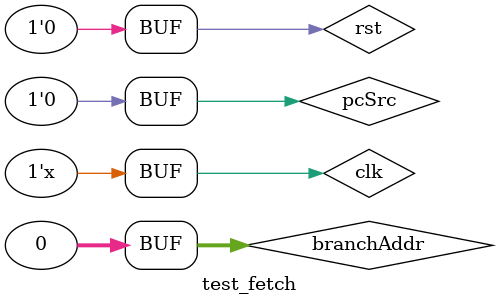
<source format=v>
`timescale 1ns / 1ps


module test_fetch;

	// Inputs
	reg clk;
	reg pcSrc;
	reg [31:0] branchAddr;
	reg rst;
	// Outputs
	wire [31:0] adderOutput;
	wire [31:0] instruction;
	wire hit;

	// Instantiate the Unit Under Test (UUT)
	InstructionFetch uut (
		.clk(clk), 
		.pcSrc(pcSrc), 
		.rst(rst),
		.branchAddr(branchAddr), 
		.adderOutput(adderOutput), 
		.instruction(instruction), 
		.hit(hit)
	);

	initial begin
		// Initialize Inputs
		clk = 0;
		pcSrc = 0;
		branchAddr = 0;
		rst = 1;

		// Wait 100 ns for global reset to finish
		#100;
		rst = 0;
        
		// Add stimulus here

	end
	always
	begin
		#50;
		clk = ~clk;
	end
      
endmodule


</source>
